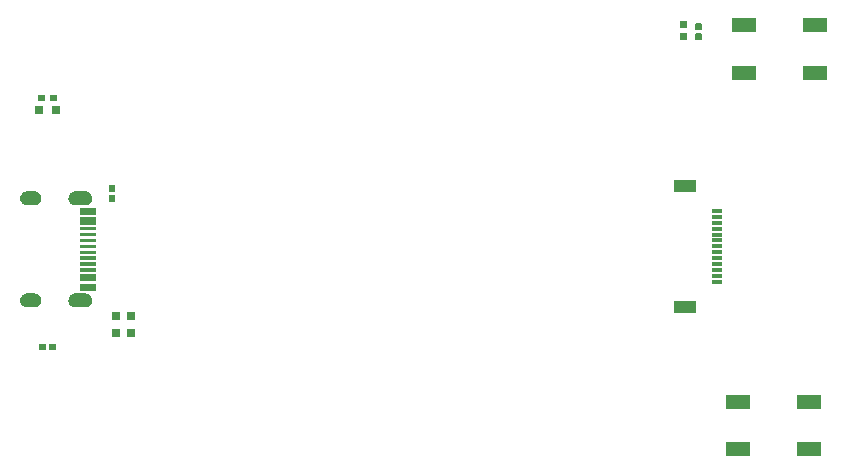
<source format=gbp>
G04 Layer: BottomPasteMaskLayer*
G04 EasyEDA v6.5.22, 2023-04-19 21:06:07*
G04 0b1144c6aaf7448fb0b14bab58411d50,0a61cb7f7b51421fbede6d33e3e5ec82,10*
G04 Gerber Generator version 0.2*
G04 Scale: 100 percent, Rotated: No, Reflected: No *
G04 Dimensions in inches *
G04 leading zeros omitted , absolute positions ,3 integer and 6 decimal *
%FSLAX36Y36*%
%MOIN*%

%AMMACRO1*21,1,$1,$2,0,0,$3*%
%ADD10MACRO1,0.0827X0.0472X0.0000*%
%ADD11MACRO1,0.0236X0.0236X-90.0000*%
%ADD12MACRO1,0.0236X0.0236X90.0000*%
%ADD13MACRO1,0.0236X0.0236X0.0000*%
%ADD14MACRO1,0.0118X0.0354X90.0000*%
%ADD15MACRO1,0.0433X0.0709X90.0000*%
%ADD16C,0.0125*%

%LPD*%
G36*
X386880Y1550640D02*
G01*
X385319Y1549060D01*
X385319Y1530940D01*
X386880Y1529360D01*
X406599Y1529360D01*
X408180Y1530940D01*
X408180Y1549060D01*
X406599Y1550640D01*
G37*
G36*
X353400Y1550640D02*
G01*
X351820Y1549060D01*
X351820Y1530940D01*
X353400Y1529360D01*
X373120Y1529360D01*
X374680Y1530940D01*
X374680Y1549060D01*
X373120Y1550640D01*
G37*
G36*
X2540940Y2618180D02*
G01*
X2539360Y2616600D01*
X2539360Y2596880D01*
X2540940Y2595320D01*
X2559060Y2595320D01*
X2560640Y2596880D01*
X2560640Y2616600D01*
X2559060Y2618180D01*
G37*
G36*
X2540940Y2584680D02*
G01*
X2539360Y2583120D01*
X2539360Y2563399D01*
X2540940Y2561820D01*
X2559060Y2561820D01*
X2560640Y2563399D01*
X2560640Y2583120D01*
X2559060Y2584680D01*
G37*
G36*
X389840Y2380820D02*
G01*
X387879Y2378860D01*
X387879Y2361140D01*
X389840Y2359180D01*
X410700Y2359180D01*
X412680Y2361140D01*
X412680Y2378860D01*
X410700Y2380820D01*
G37*
G36*
X349300Y2380820D02*
G01*
X347320Y2378860D01*
X347320Y2361140D01*
X349300Y2359180D01*
X370160Y2359180D01*
X372120Y2361140D01*
X372120Y2378860D01*
X370160Y2380820D01*
G37*
G36*
X2491140Y2587120D02*
G01*
X2489180Y2585160D01*
X2489180Y2564300D01*
X2491140Y2562320D01*
X2508860Y2562320D01*
X2510820Y2564300D01*
X2510820Y2585160D01*
X2508860Y2587120D01*
G37*
G36*
X2491140Y2627679D02*
G01*
X2489180Y2625700D01*
X2489180Y2604840D01*
X2491140Y2602880D01*
X2508860Y2602880D01*
X2510820Y2604840D01*
X2510820Y2625700D01*
X2508860Y2627679D01*
G37*
G36*
X585940Y2078180D02*
G01*
X584360Y2076600D01*
X584360Y2056879D01*
X585940Y2055320D01*
X604060Y2055320D01*
X605640Y2056879D01*
X605640Y2076600D01*
X604060Y2078180D01*
G37*
G36*
X585940Y2044680D02*
G01*
X584360Y2043120D01*
X584360Y2023400D01*
X585940Y2021819D01*
X604060Y2021819D01*
X605640Y2023400D01*
X605640Y2043120D01*
X604060Y2044680D01*
G37*
G36*
X473740Y1718540D02*
G01*
X471400Y1718420D01*
X469060Y1718080D01*
X466780Y1717500D01*
X464560Y1716680D01*
X462440Y1715660D01*
X460439Y1714440D01*
X458560Y1713020D01*
X456840Y1711420D01*
X455280Y1709640D01*
X453900Y1707740D01*
X452720Y1705700D01*
X451760Y1703560D01*
X451000Y1701320D01*
X450480Y1699019D01*
X450180Y1696680D01*
X450120Y1694340D01*
X450300Y1691980D01*
X450720Y1689660D01*
X451360Y1687400D01*
X452220Y1685200D01*
X453280Y1683100D01*
X454560Y1681140D01*
X456040Y1679300D01*
X457680Y1677600D01*
X459480Y1676080D01*
X461420Y1674760D01*
X463500Y1673640D01*
X465660Y1672720D01*
X467920Y1672020D01*
X470220Y1671560D01*
X472560Y1671320D01*
X505240Y1671300D01*
X507600Y1671420D01*
X509920Y1671759D01*
X512200Y1672340D01*
X514420Y1673160D01*
X516540Y1674180D01*
X518540Y1675400D01*
X520420Y1676819D01*
X522140Y1678420D01*
X523700Y1680200D01*
X525080Y1682100D01*
X526260Y1684139D01*
X527220Y1686279D01*
X527980Y1688520D01*
X528500Y1690820D01*
X528800Y1693160D01*
X528860Y1695500D01*
X528680Y1697860D01*
X528260Y1700180D01*
X527620Y1702440D01*
X526780Y1704640D01*
X525700Y1706740D01*
X524420Y1708700D01*
X522939Y1710540D01*
X521300Y1712240D01*
X519500Y1713760D01*
X517560Y1715080D01*
X515480Y1716200D01*
X513320Y1717120D01*
X511060Y1717820D01*
X508760Y1718280D01*
X506420Y1718520D01*
G37*
G36*
X473740Y2058700D02*
G01*
X471400Y2058580D01*
X469060Y2058240D01*
X466780Y2057660D01*
X464560Y2056840D01*
X462440Y2055820D01*
X460439Y2054600D01*
X458560Y2053180D01*
X456840Y2051579D01*
X455280Y2049800D01*
X453900Y2047900D01*
X452720Y2045860D01*
X451760Y2043720D01*
X451000Y2041480D01*
X450480Y2039180D01*
X450180Y2036840D01*
X450120Y2034500D01*
X450300Y2032140D01*
X450720Y2029820D01*
X451360Y2027560D01*
X452220Y2025360D01*
X453280Y2023260D01*
X454560Y2021300D01*
X456040Y2019460D01*
X457680Y2017760D01*
X459480Y2016260D01*
X461420Y2014920D01*
X463500Y2013800D01*
X465660Y2012880D01*
X467920Y2012180D01*
X470220Y2011720D01*
X472560Y2011480D01*
X505240Y2011459D01*
X507600Y2011579D01*
X509920Y2011920D01*
X512200Y2012500D01*
X514420Y2013320D01*
X516540Y2014340D01*
X518540Y2015560D01*
X520420Y2016980D01*
X522140Y2018580D01*
X523700Y2020360D01*
X525080Y2022260D01*
X526260Y2024300D01*
X527220Y2026440D01*
X527980Y2028680D01*
X528500Y2030980D01*
X528800Y2033320D01*
X528860Y2035660D01*
X528680Y2038020D01*
X528260Y2040340D01*
X527620Y2042600D01*
X526780Y2044800D01*
X525700Y2046900D01*
X524420Y2048860D01*
X522939Y2050700D01*
X521300Y2052400D01*
X519500Y2053920D01*
X517560Y2055240D01*
X515480Y2056360D01*
X513320Y2057280D01*
X511060Y2057980D01*
X508760Y2058440D01*
X506420Y2058680D01*
G37*
G36*
X313100Y1718540D02*
G01*
X310760Y1718420D01*
X308420Y1718080D01*
X306140Y1717500D01*
X303940Y1716680D01*
X301820Y1715660D01*
X299800Y1714440D01*
X297920Y1713020D01*
X296200Y1711420D01*
X294640Y1709640D01*
X293260Y1707740D01*
X292080Y1705700D01*
X291120Y1703560D01*
X290360Y1701320D01*
X289840Y1699019D01*
X289560Y1696680D01*
X289500Y1694340D01*
X289680Y1691980D01*
X290080Y1689660D01*
X290720Y1687400D01*
X291580Y1685200D01*
X292660Y1683100D01*
X293920Y1681140D01*
X295400Y1679300D01*
X297040Y1677600D01*
X298840Y1676080D01*
X300800Y1674760D01*
X302860Y1673640D01*
X305040Y1672720D01*
X307280Y1672020D01*
X309580Y1671560D01*
X311940Y1671320D01*
X336740Y1671300D01*
X339080Y1671420D01*
X341420Y1671759D01*
X343700Y1672340D01*
X345900Y1673160D01*
X348020Y1674180D01*
X350040Y1675400D01*
X351920Y1676819D01*
X353640Y1678420D01*
X355200Y1680200D01*
X356580Y1682100D01*
X357760Y1684139D01*
X358720Y1686279D01*
X359480Y1688520D01*
X360000Y1690820D01*
X360280Y1693160D01*
X360340Y1695500D01*
X360160Y1697860D01*
X359760Y1700180D01*
X359120Y1702440D01*
X358260Y1704640D01*
X357180Y1706740D01*
X355920Y1708700D01*
X354440Y1710540D01*
X352800Y1712240D01*
X351000Y1713760D01*
X349040Y1715080D01*
X346980Y1716200D01*
X344820Y1717120D01*
X342560Y1717820D01*
X340260Y1718280D01*
X337900Y1718520D01*
G37*
G36*
X313100Y2058700D02*
G01*
X310760Y2058580D01*
X308420Y2058240D01*
X306140Y2057660D01*
X303940Y2056840D01*
X301820Y2055820D01*
X299800Y2054600D01*
X297920Y2053180D01*
X296200Y2051579D01*
X294640Y2049800D01*
X293260Y2047900D01*
X292080Y2045860D01*
X291120Y2043720D01*
X290360Y2041480D01*
X289840Y2039180D01*
X289560Y2036840D01*
X289500Y2034500D01*
X289680Y2032140D01*
X290080Y2029820D01*
X290720Y2027560D01*
X291580Y2025360D01*
X292660Y2023260D01*
X293920Y2021300D01*
X295400Y2019460D01*
X297040Y2017760D01*
X298840Y2016260D01*
X300800Y2014920D01*
X302860Y2013800D01*
X305040Y2012880D01*
X307280Y2012180D01*
X309580Y2011720D01*
X311940Y2011480D01*
X336740Y2011459D01*
X339080Y2011579D01*
X341420Y2011920D01*
X343700Y2012500D01*
X345900Y2013320D01*
X348020Y2014340D01*
X350040Y2015560D01*
X351920Y2016980D01*
X353640Y2018580D01*
X355200Y2020360D01*
X356580Y2022260D01*
X357760Y2024300D01*
X358720Y2026440D01*
X359480Y2028680D01*
X360000Y2030980D01*
X360280Y2033320D01*
X360340Y2035660D01*
X360160Y2038020D01*
X359760Y2040340D01*
X359120Y2042600D01*
X358260Y2044800D01*
X357180Y2046900D01*
X355920Y2048860D01*
X354440Y2050700D01*
X352800Y2052400D01*
X351000Y2053920D01*
X349040Y2055240D01*
X346980Y2056360D01*
X344820Y2057280D01*
X342560Y2057980D01*
X340260Y2058440D01*
X337900Y2058680D01*
G37*
G36*
X489500Y1750820D02*
G01*
X489500Y1727200D01*
X540680Y1727200D01*
X540680Y1750820D01*
G37*
G36*
X489500Y1880740D02*
G01*
X489500Y1868940D01*
X540680Y1868940D01*
X540680Y1880740D01*
G37*
G36*
X489500Y1841380D02*
G01*
X489500Y1829560D01*
X540680Y1829560D01*
X540680Y1841380D01*
G37*
G36*
X489500Y1782320D02*
G01*
X489500Y1758700D01*
X540680Y1758700D01*
X540680Y1782320D01*
G37*
G36*
X489500Y1821699D02*
G01*
X489500Y1809880D01*
X540680Y1809880D01*
X540680Y1821699D01*
G37*
G36*
X489500Y2002800D02*
G01*
X489500Y1979180D01*
X540680Y1979180D01*
X540680Y2002800D01*
G37*
G36*
X489500Y1861060D02*
G01*
X489500Y1849259D01*
X540680Y1849259D01*
X540680Y1861060D01*
G37*
G36*
X489500Y1939800D02*
G01*
X489500Y1928000D01*
X540680Y1928000D01*
X540680Y1939800D01*
G37*
G36*
X489500Y1900440D02*
G01*
X489500Y1888620D01*
X540680Y1888620D01*
X540680Y1900440D01*
G37*
G36*
X489500Y1920100D02*
G01*
X489500Y1908300D01*
X540680Y1908300D01*
X540680Y1920100D01*
G37*
G36*
X489500Y1802000D02*
G01*
X489500Y1790200D01*
X540680Y1790200D01*
X540680Y1802000D01*
G37*
G36*
X489480Y1971300D02*
G01*
X489480Y1947680D01*
X540660Y1947680D01*
X540660Y1971300D01*
G37*
D10*
G01*
X2939110Y2611740D03*
G01*
X2702890Y2611740D03*
G01*
X2939110Y2454259D03*
G01*
X2702890Y2454259D03*
G01*
X2682889Y1198260D03*
G01*
X2919110Y1198260D03*
G01*
X2682889Y1355740D03*
G01*
X2919110Y1355740D03*
D11*
G01*
X660000Y1644529D03*
D12*
G01*
X660000Y1585471D03*
D13*
G01*
X409529Y2330000D03*
G01*
X350471Y2330000D03*
D11*
G01*
X610000Y1644529D03*
D12*
G01*
X610000Y1585471D03*
D14*
G01*
X2613150Y1756890D03*
G01*
X2613150Y1776570D03*
G01*
X2613150Y1796260D03*
G01*
X2613150Y1815940D03*
G01*
X2613150Y1835630D03*
G01*
X2613150Y1855310D03*
G01*
X2613150Y1875000D03*
G01*
X2613150Y1894680D03*
G01*
X2613150Y1914370D03*
G01*
X2613150Y1934050D03*
G01*
X2613150Y1953740D03*
G01*
X2613150Y1973420D03*
G01*
X2613150Y1993110D03*
D15*
G01*
X2506851Y1672245D03*
G01*
X2506851Y2077752D03*
M02*

</source>
